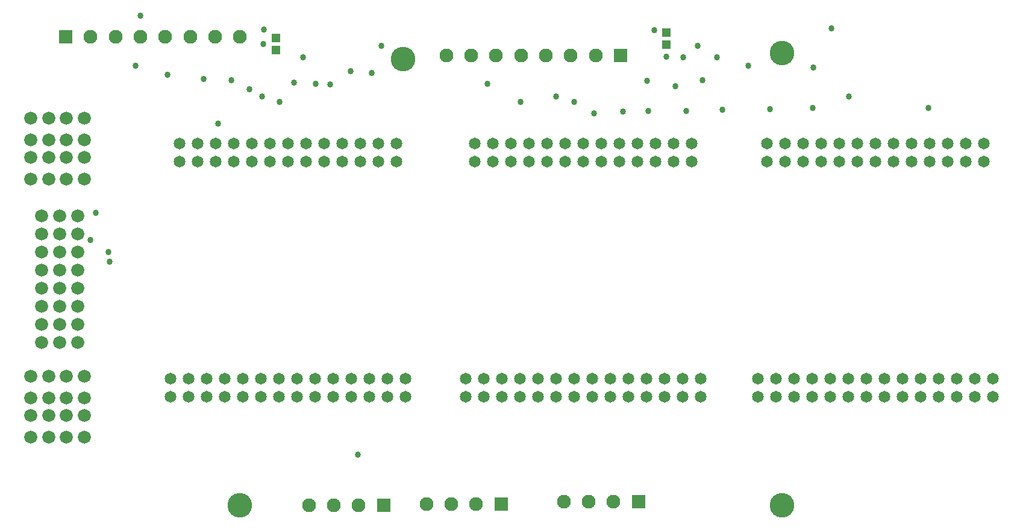
<source format=gbr>
G04 EAGLE Gerber X2 export*
%TF.Part,Single*%
%TF.FileFunction,Soldermask,Bot,1*%
%TF.FilePolarity,Negative*%
%TF.GenerationSoftware,Autodesk,EAGLE,9.1.3*%
%TF.CreationDate,2020-03-19T15:16:52Z*%
G75*
%MOMM*%
%FSLAX34Y34*%
%LPD*%
%AMOC8*
5,1,8,0,0,1.08239X$1,22.5*%
G01*
%ADD10C,1.828800*%
%ADD11C,1.652400*%
%ADD12C,3.454400*%
%ADD13R,1.152400X1.252400*%
%ADD14R,1.952400X1.952400*%
%ADD15C,1.952400*%
%ADD16C,0.858000*%


D10*
X90000Y469900D03*
X90000Y444500D03*
X90000Y419100D03*
X90000Y393700D03*
X90000Y368300D03*
X90000Y342900D03*
X90000Y317500D03*
X90000Y292100D03*
X64600Y469900D03*
X64600Y444500D03*
X64600Y419100D03*
X64600Y393700D03*
X64600Y368300D03*
X64600Y342900D03*
X64600Y317500D03*
X64600Y292100D03*
X39200Y469900D03*
X39200Y444500D03*
X39200Y419100D03*
X39200Y393700D03*
X39200Y368300D03*
X39200Y342900D03*
X39200Y317500D03*
X39200Y292100D03*
X99100Y606600D03*
X74100Y606600D03*
X49100Y606600D03*
X24100Y606600D03*
X99100Y576600D03*
X74100Y576600D03*
X49100Y576600D03*
X24100Y576600D03*
X99100Y551600D03*
X74100Y551600D03*
X49100Y551600D03*
X24100Y551600D03*
X99100Y521600D03*
X74100Y521600D03*
X49100Y521600D03*
X24100Y521600D03*
X99100Y244000D03*
X74100Y244000D03*
X49100Y244000D03*
X24100Y244000D03*
X99100Y214000D03*
X74100Y214000D03*
X49100Y214000D03*
X24100Y214000D03*
X99100Y189000D03*
X74100Y189000D03*
X49100Y189000D03*
X24100Y189000D03*
X99100Y159000D03*
X74100Y159000D03*
X49100Y159000D03*
X24100Y159000D03*
D11*
X271244Y215900D03*
X296644Y215900D03*
X322044Y215900D03*
X347444Y215900D03*
X372844Y215900D03*
X398244Y215900D03*
X423644Y215900D03*
X449044Y215900D03*
X474444Y215900D03*
X499844Y215900D03*
X271244Y241300D03*
X296644Y241300D03*
X322044Y241300D03*
X347444Y241300D03*
X372844Y241300D03*
X398244Y241300D03*
X423644Y241300D03*
X449044Y241300D03*
X474444Y241300D03*
X499844Y241300D03*
X220444Y215900D03*
X245844Y215900D03*
X220444Y241300D03*
X245844Y241300D03*
X525244Y215900D03*
X550644Y215900D03*
X525244Y241300D03*
X550644Y241300D03*
X283944Y546100D03*
X309344Y546100D03*
X334744Y546100D03*
X360144Y546100D03*
X385544Y546100D03*
X410944Y546100D03*
X436344Y546100D03*
X461744Y546100D03*
X487144Y546100D03*
X512544Y546100D03*
X283944Y571500D03*
X309344Y571500D03*
X334744Y571500D03*
X360144Y571500D03*
X385544Y571500D03*
X410944Y571500D03*
X436344Y571500D03*
X461744Y571500D03*
X487144Y571500D03*
X512544Y571500D03*
X537944Y546100D03*
X537944Y571500D03*
X258544Y546100D03*
X258544Y571500D03*
X233144Y546100D03*
X233144Y571500D03*
X685800Y215900D03*
X711200Y215900D03*
X736600Y215900D03*
X762000Y215900D03*
X787400Y215900D03*
X812800Y215900D03*
X838200Y215900D03*
X863600Y215900D03*
X889000Y215900D03*
X914400Y215900D03*
X685800Y241300D03*
X711200Y241300D03*
X736600Y241300D03*
X762000Y241300D03*
X787400Y241300D03*
X812800Y241300D03*
X838200Y241300D03*
X863600Y241300D03*
X889000Y241300D03*
X914400Y241300D03*
X635000Y215900D03*
X660400Y215900D03*
X635000Y241300D03*
X660400Y241300D03*
X939800Y215900D03*
X965200Y215900D03*
X939800Y241300D03*
X965200Y241300D03*
X698500Y546100D03*
X723900Y546100D03*
X749300Y546100D03*
X774700Y546100D03*
X800100Y546100D03*
X825500Y546100D03*
X850900Y546100D03*
X876300Y546100D03*
X901700Y546100D03*
X927100Y546100D03*
X698500Y571500D03*
X723900Y571500D03*
X749300Y571500D03*
X774700Y571500D03*
X800100Y571500D03*
X825500Y571500D03*
X850900Y571500D03*
X876300Y571500D03*
X901700Y571500D03*
X927100Y571500D03*
X952500Y546100D03*
X952500Y571500D03*
X673100Y546100D03*
X673100Y571500D03*
X647700Y546100D03*
X647700Y571500D03*
X1096800Y215900D03*
X1122200Y215900D03*
X1147600Y215900D03*
X1173000Y215900D03*
X1198400Y215900D03*
X1223800Y215900D03*
X1249200Y215900D03*
X1274600Y215900D03*
X1300000Y215900D03*
X1325400Y215900D03*
X1096800Y241300D03*
X1122200Y241300D03*
X1147600Y241300D03*
X1173000Y241300D03*
X1198400Y241300D03*
X1223800Y241300D03*
X1249200Y241300D03*
X1274600Y241300D03*
X1300000Y241300D03*
X1325400Y241300D03*
X1046000Y215900D03*
X1071400Y215900D03*
X1046000Y241300D03*
X1071400Y241300D03*
X1350800Y215900D03*
X1376200Y215900D03*
X1350800Y241300D03*
X1376200Y241300D03*
X1109500Y546100D03*
X1134900Y546100D03*
X1160300Y546100D03*
X1185700Y546100D03*
X1211100Y546100D03*
X1236500Y546100D03*
X1261900Y546100D03*
X1287300Y546100D03*
X1312700Y546100D03*
X1338100Y546100D03*
X1109500Y571500D03*
X1134900Y571500D03*
X1160300Y571500D03*
X1185700Y571500D03*
X1211100Y571500D03*
X1236500Y571500D03*
X1261900Y571500D03*
X1287300Y571500D03*
X1312700Y571500D03*
X1338100Y571500D03*
X1363500Y546100D03*
X1363500Y571500D03*
X1084100Y546100D03*
X1084100Y571500D03*
X1058700Y546100D03*
X1058700Y571500D03*
D12*
X317500Y63500D03*
X1079500Y63500D03*
X547370Y689610D03*
X1079500Y698500D03*
D13*
X368300Y719700D03*
X368300Y702700D03*
X916940Y727320D03*
X916940Y710320D03*
D14*
X519860Y63500D03*
D15*
X484860Y63500D03*
X449860Y63500D03*
X414860Y63500D03*
D14*
X684960Y64770D03*
D15*
X649960Y64770D03*
X614960Y64770D03*
X579960Y64770D03*
D14*
X73080Y721360D03*
D15*
X108080Y721360D03*
X143080Y721360D03*
X178080Y721360D03*
X213080Y721360D03*
X248080Y721360D03*
X283080Y721360D03*
X318080Y721360D03*
D14*
X852750Y694690D03*
D15*
X817750Y694690D03*
X782750Y694690D03*
X747750Y694690D03*
X712750Y694690D03*
X677750Y694690D03*
X642750Y694690D03*
X607750Y694690D03*
D14*
X878000Y68580D03*
D15*
X843000Y68580D03*
X808000Y68580D03*
X773000Y68580D03*
D16*
X350520Y711200D03*
X473710Y673100D03*
X1032510Y680720D03*
X961390Y708660D03*
X516890Y708660D03*
X890270Y659130D03*
X995680Y618490D03*
X1122680Y621030D03*
X1062990Y619760D03*
X944880Y617220D03*
X891540Y617220D03*
X306070Y660400D03*
X266700Y661670D03*
X215900Y668020D03*
X171450Y680720D03*
X1123950Y678180D03*
X1149350Y732790D03*
X1285240Y621030D03*
X115570Y473710D03*
X351790Y731510D03*
X900430Y730250D03*
X107950Y435610D03*
X348671Y637540D03*
X1173480Y637540D03*
X762000Y637540D03*
X133350Y419100D03*
X483870Y134620D03*
X134875Y404875D03*
X373499Y630000D03*
X787538Y630000D03*
X712470Y630000D03*
X855980Y615950D03*
X815340Y613410D03*
X331470Y647700D03*
X665480Y655320D03*
X502920Y670560D03*
X916940Y693420D03*
X177800Y750570D03*
X406400Y692150D03*
X444500Y654050D03*
X287020Y598960D03*
X393700Y656590D03*
X424180Y655320D03*
X941070Y692150D03*
X988060Y692150D03*
X967740Y660400D03*
X929640Y651510D03*
M02*

</source>
